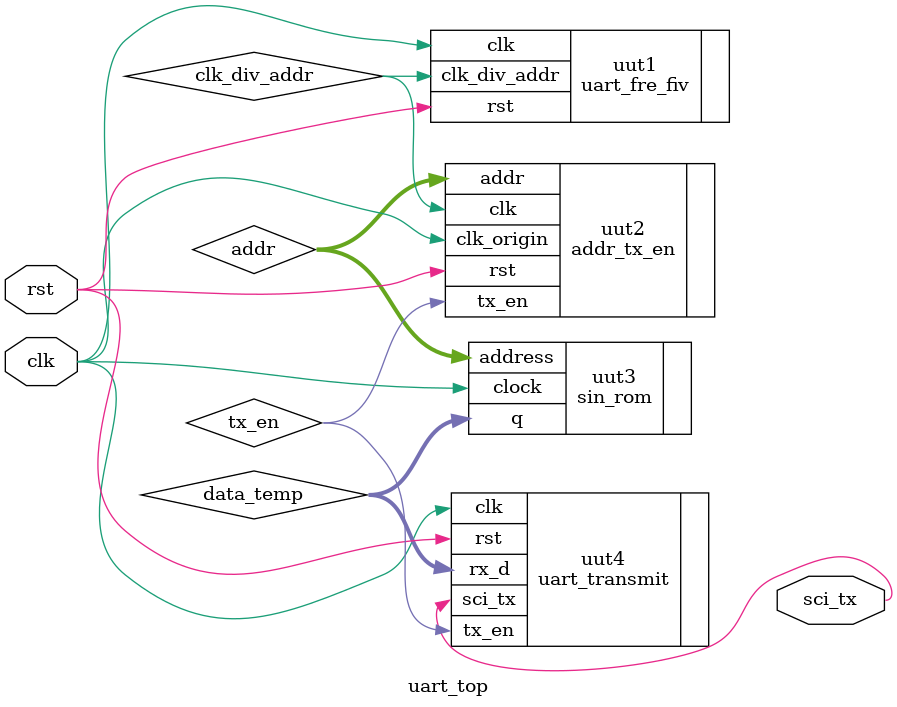
<source format=v>
`include "uart_transmit.v"
`include "uart_fre_div.v"
`include "addr_tx_en.v"
`include "sin_rom.v"

module uart_top(
    input clk,
    input rst,
    output  sci_tx
);

wire clk_div_addr;
uart_fre_fiv uut1(
    .clk(clk),
    .rst(rst),
    .clk_div_addr(clk_div_addr)
);

wire [7:0] addr;
wire tx_en;
addr_tx_en uut2(
    .clk_origin(clk),
    .clk(clk_div_addr),
    .rst(rst),
    .addr(addr),
    .tx_en(tx_en)
);

wire [7:0]data_temp;
sin_rom uut3(
    .address(addr),
    .clock(clk),
    .q(data_temp)
);

uart_transmit uut4(
    .clk(clk),
    .rst(rst),
    .tx_en(tx_en),
    .rx_d(data_temp),
    .sci_tx(sci_tx)
);

endmodule
</source>
